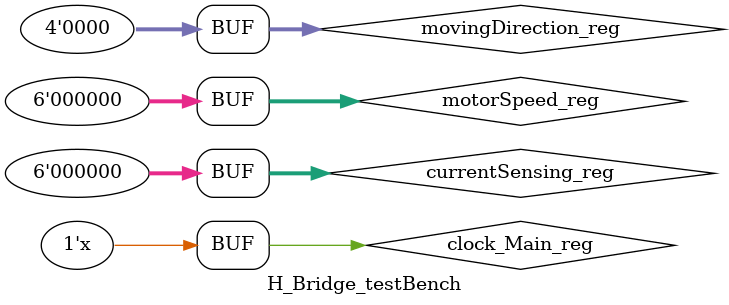
<source format=v>
`timescale 10ns / 1ps

//`define INTERTIAL_STOP    4'b0000
//`define HARD_STOP         4'b1111
//`define FORWARD           4'b0110
//`define REVERSE           4'b1001
//`define TURN_RIGHT        4'b0101
//`define TURN_LEFT         4'b1010

module H_Bridge_testBench(
    );
    reg clock_Main_reg; 
    reg [3:0]movingDirection_reg;  
    reg [5:0]motorSpeed_reg, currentSensing_reg;        
    wire enA_wire, enB_wire, in1_wire, in2_wire, in3_wire, in4_wire;
    //.debugCountedUpTo,
    //wire debugcustom20KHzClock_wire;
    //wire [27:0] countedUpTo_wire;
    //wire [27:0] debugCustomClkCounter_wire;
    //wire [27:0] debugCounterTread1_wire;
    //wire [27:0] debugCounterTread2_wire;
    
    parameter INTERTIAL_STOP  =   4'b0000;
    parameter HARD_STOP    =      4'b1111;
    parameter FORWARD =           4'b0110;
    parameter REVERSE   =         4'b1001;
    parameter TURN_RIGHT  =       4'b0101;
    parameter TURN_LEFT    =      4'b1010;
        
    // [2:0] motorSpeed == first rover tread
        // [5:3] motorSpeed == second rover tread
    
    H_Bridge_v2 H1(
    .clock(clock_Main_reg),
    .movingDirection(movingDirection_reg),
    .motorSpeed(motorSpeed_reg),
    .currentSensing(currentSensing_reg),
    .enA(enA_wire), 
    .enB(enB_wire),
    .in1(in1_wire),
    .in2(in2_wire),
    .in3(in3_wire),
    .in4(in4_wire)
//    .debugCounterTread1(debugCounterTread1_wire),
//    .debugCounterTread2(debugCounterTread2_wire),
//    .debugCustomClkCounter(debugCustomClkCounter_wire),
//    .debugcustom20KHzClock(debugcustom20KHzClock_wire)
    );
    
    initial
    begin
        clock_Main_reg <= 0;
        //debugcustom20KHzClock <=0;
       // [3:0]
        movingDirection_reg <= INTERTIAL_STOP;
        motorSpeed_reg[2:0] <= 3'b000;
        motorSpeed_reg[5:3] <= 3'b000; 
        currentSensing_reg <= 0;
        //{enA_wire, enB_wire, in1_wire, in2_wire, in3_wire, in4_wire} = 6'b000000;
        #10
        
        movingDirection_reg <= FORWARD;
        motorSpeed_reg[2:0] <= 3'b111;
        motorSpeed_reg[5:3] <= 3'b111; 
        currentSensing_reg <= 0;
        #500000
        
        movingDirection_reg <= REVERSE;
        motorSpeed_reg[2:0] <= 3'b110;
        motorSpeed_reg[5:3] <= 3'b110; 
        currentSensing_reg <= 0;
        #500000
        
        movingDirection_reg <= TURN_RIGHT;
        motorSpeed_reg[2:0] <= 3'b101;
        motorSpeed_reg[5:3] <= 3'b101; 
        currentSensing_reg <= 0;
        #500000
        
        movingDirection_reg <= TURN_LEFT;
        motorSpeed_reg[2:0] <= 3'b100;
        motorSpeed_reg[5:3] <= 3'b100; 
        currentSensing_reg <= 0;  
        #500000
        
        movingDirection_reg <= TURN_LEFT;
        motorSpeed_reg[2:0] <= 3'b111;
        motorSpeed_reg[5:3] <= 3'b111; 
        currentSensing_reg <= 1;
        #500000
        
        movingDirection_reg <= FORWARD;
        motorSpeed_reg[2:0] <= 3'b011;
        motorSpeed_reg[5:3] <= 3'b011; 
        currentSensing_reg <= 0;
        #500000
        
        movingDirection_reg <= FORWARD;
        motorSpeed_reg[2:0] <= 3'b110;
        motorSpeed_reg[5:3] <= 3'b110; 
        currentSensing_reg <= 0;
        #500000
        
        movingDirection_reg <= FORWARD;
        motorSpeed_reg[2:0] <= 3'b111;
        motorSpeed_reg[5:3] <= 3'b111; 
        currentSensing_reg <= 0;
        #500000
        
        movingDirection_reg <= INTERTIAL_STOP;
        motorSpeed_reg[2:0] <= 3'b000;
        motorSpeed_reg[5:3] <= 3'b000; 
        currentSensing_reg <= 0;
    end

    
    always
        #1 clock_Main_reg = ~clock_Main_reg;
        
endmodule

</source>
